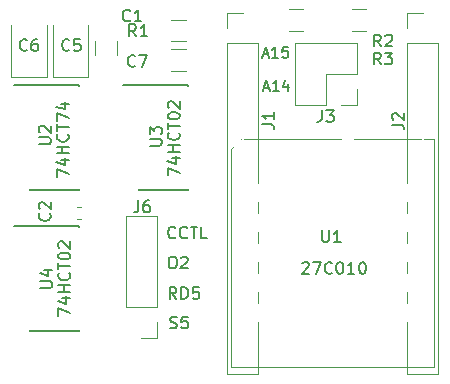
<source format=gto>
G04 #@! TF.GenerationSoftware,KiCad,Pcbnew,(5.1.0)-1*
G04 #@! TF.CreationDate,2021-03-07T22:37:12+01:00*
G04 #@! TF.ProjectId,Atari OSS Cartridge internal,41746172-6920-44f5-9353-204361727472,rev?*
G04 #@! TF.SameCoordinates,Original*
G04 #@! TF.FileFunction,Legend,Top*
G04 #@! TF.FilePolarity,Positive*
%FSLAX46Y46*%
G04 Gerber Fmt 4.6, Leading zero omitted, Abs format (unit mm)*
G04 Created by KiCad (PCBNEW (5.1.0)-1) date 2021-03-07 22:37:12*
%MOMM*%
%LPD*%
G04 APERTURE LIST*
%ADD10C,0.150000*%
%ADD11C,0.120000*%
%ADD12C,0.100000*%
%ADD13C,1.527000*%
%ADD14O,1.802000X1.802000*%
%ADD15R,1.802000X1.802000*%
%ADD16C,1.052000*%
%ADD17C,1.602000*%
%ADD18R,1.602000X0.702000*%
%ADD19C,1.524400*%
%ADD20R,1.524400X1.524400*%
G04 APERTURE END LIST*
D10*
X131389571Y-91844000D02*
X131818142Y-91844000D01*
X131303857Y-92101142D02*
X131603857Y-91201142D01*
X131903857Y-92101142D01*
X132675285Y-92101142D02*
X132161000Y-92101142D01*
X132418142Y-92101142D02*
X132418142Y-91201142D01*
X132332428Y-91329714D01*
X132246714Y-91415428D01*
X132161000Y-91458285D01*
X133446714Y-91501142D02*
X133446714Y-92101142D01*
X133232428Y-91158285D02*
X133018142Y-91801142D01*
X133575285Y-91801142D01*
X131338771Y-89024600D02*
X131767342Y-89024600D01*
X131253057Y-89281742D02*
X131553057Y-88381742D01*
X131853057Y-89281742D01*
X132624485Y-89281742D02*
X132110200Y-89281742D01*
X132367342Y-89281742D02*
X132367342Y-88381742D01*
X132281628Y-88510314D01*
X132195914Y-88596028D01*
X132110200Y-88638885D01*
X133438771Y-88381742D02*
X133010200Y-88381742D01*
X132967342Y-88810314D01*
X133010200Y-88767457D01*
X133095914Y-88724600D01*
X133310200Y-88724600D01*
X133395914Y-88767457D01*
X133438771Y-88810314D01*
X133481628Y-88896028D01*
X133481628Y-89110314D01*
X133438771Y-89196028D01*
X133395914Y-89238885D01*
X133310200Y-89281742D01*
X133095914Y-89281742D01*
X133010200Y-89238885D01*
X132967342Y-89196028D01*
X123915609Y-104497142D02*
X123867990Y-104544761D01*
X123725133Y-104592380D01*
X123629895Y-104592380D01*
X123487038Y-104544761D01*
X123391800Y-104449523D01*
X123344180Y-104354285D01*
X123296561Y-104163809D01*
X123296561Y-104020952D01*
X123344180Y-103830476D01*
X123391800Y-103735238D01*
X123487038Y-103640000D01*
X123629895Y-103592380D01*
X123725133Y-103592380D01*
X123867990Y-103640000D01*
X123915609Y-103687619D01*
X124915609Y-104497142D02*
X124867990Y-104544761D01*
X124725133Y-104592380D01*
X124629895Y-104592380D01*
X124487038Y-104544761D01*
X124391800Y-104449523D01*
X124344180Y-104354285D01*
X124296561Y-104163809D01*
X124296561Y-104020952D01*
X124344180Y-103830476D01*
X124391800Y-103735238D01*
X124487038Y-103640000D01*
X124629895Y-103592380D01*
X124725133Y-103592380D01*
X124867990Y-103640000D01*
X124915609Y-103687619D01*
X125201323Y-103592380D02*
X125772752Y-103592380D01*
X125487038Y-104592380D02*
X125487038Y-103592380D01*
X126582276Y-104592380D02*
X126106085Y-104592380D01*
X126106085Y-103592380D01*
X123583771Y-106132380D02*
X123774247Y-106132380D01*
X123869485Y-106180000D01*
X123964723Y-106275238D01*
X124012342Y-106465714D01*
X124012342Y-106799047D01*
X123964723Y-106989523D01*
X123869485Y-107084761D01*
X123774247Y-107132380D01*
X123583771Y-107132380D01*
X123488533Y-107084761D01*
X123393295Y-106989523D01*
X123345676Y-106799047D01*
X123345676Y-106465714D01*
X123393295Y-106275238D01*
X123488533Y-106180000D01*
X123583771Y-106132380D01*
X124393295Y-106227619D02*
X124440914Y-106180000D01*
X124536152Y-106132380D01*
X124774247Y-106132380D01*
X124869485Y-106180000D01*
X124917104Y-106227619D01*
X124964723Y-106322857D01*
X124964723Y-106418095D01*
X124917104Y-106560952D01*
X124345676Y-107132380D01*
X124964723Y-107132380D01*
X123996533Y-109723180D02*
X123663200Y-109246990D01*
X123425104Y-109723180D02*
X123425104Y-108723180D01*
X123806057Y-108723180D01*
X123901295Y-108770800D01*
X123948914Y-108818419D01*
X123996533Y-108913657D01*
X123996533Y-109056514D01*
X123948914Y-109151752D01*
X123901295Y-109199371D01*
X123806057Y-109246990D01*
X123425104Y-109246990D01*
X124425104Y-109723180D02*
X124425104Y-108723180D01*
X124663200Y-108723180D01*
X124806057Y-108770800D01*
X124901295Y-108866038D01*
X124948914Y-108961276D01*
X124996533Y-109151752D01*
X124996533Y-109294609D01*
X124948914Y-109485085D01*
X124901295Y-109580323D01*
X124806057Y-109675561D01*
X124663200Y-109723180D01*
X124425104Y-109723180D01*
X125901295Y-108723180D02*
X125425104Y-108723180D01*
X125377485Y-109199371D01*
X125425104Y-109151752D01*
X125520342Y-109104133D01*
X125758438Y-109104133D01*
X125853676Y-109151752D01*
X125901295Y-109199371D01*
X125948914Y-109294609D01*
X125948914Y-109532704D01*
X125901295Y-109627942D01*
X125853676Y-109675561D01*
X125758438Y-109723180D01*
X125520342Y-109723180D01*
X125425104Y-109675561D01*
X125377485Y-109627942D01*
X123469495Y-112164761D02*
X123612352Y-112212380D01*
X123850447Y-112212380D01*
X123945685Y-112164761D01*
X123993304Y-112117142D01*
X124040923Y-112021904D01*
X124040923Y-111926666D01*
X123993304Y-111831428D01*
X123945685Y-111783809D01*
X123850447Y-111736190D01*
X123659971Y-111688571D01*
X123564733Y-111640952D01*
X123517114Y-111593333D01*
X123469495Y-111498095D01*
X123469495Y-111402857D01*
X123517114Y-111307619D01*
X123564733Y-111260000D01*
X123659971Y-111212380D01*
X123898066Y-111212380D01*
X124040923Y-111260000D01*
X124945685Y-111212380D02*
X124469495Y-111212380D01*
X124421876Y-111688571D01*
X124469495Y-111640952D01*
X124564733Y-111593333D01*
X124802828Y-111593333D01*
X124898066Y-111640952D01*
X124945685Y-111688571D01*
X124993304Y-111783809D01*
X124993304Y-112021904D01*
X124945685Y-112117142D01*
X124898066Y-112164761D01*
X124802828Y-112212380D01*
X124564733Y-112212380D01*
X124469495Y-112164761D01*
X124421876Y-112117142D01*
X114006380Y-111129366D02*
X114006380Y-110462700D01*
X115006380Y-110891271D01*
X114339714Y-109653176D02*
X115006380Y-109653176D01*
X113958761Y-109891271D02*
X114673047Y-110129366D01*
X114673047Y-109510319D01*
X115006380Y-109129366D02*
X114006380Y-109129366D01*
X114482571Y-109129366D02*
X114482571Y-108557938D01*
X115006380Y-108557938D02*
X114006380Y-108557938D01*
X114911142Y-107510319D02*
X114958761Y-107557938D01*
X115006380Y-107700795D01*
X115006380Y-107796033D01*
X114958761Y-107938890D01*
X114863523Y-108034128D01*
X114768285Y-108081747D01*
X114577809Y-108129366D01*
X114434952Y-108129366D01*
X114244476Y-108081747D01*
X114149238Y-108034128D01*
X114054000Y-107938890D01*
X114006380Y-107796033D01*
X114006380Y-107700795D01*
X114054000Y-107557938D01*
X114101619Y-107510319D01*
X114006380Y-107224604D02*
X114006380Y-106653176D01*
X115006380Y-106938890D02*
X114006380Y-106938890D01*
X114006380Y-106129366D02*
X114006380Y-106034128D01*
X114054000Y-105938890D01*
X114101619Y-105891271D01*
X114196857Y-105843652D01*
X114387333Y-105796033D01*
X114625428Y-105796033D01*
X114815904Y-105843652D01*
X114911142Y-105891271D01*
X114958761Y-105938890D01*
X115006380Y-106034128D01*
X115006380Y-106129366D01*
X114958761Y-106224604D01*
X114911142Y-106272223D01*
X114815904Y-106319842D01*
X114625428Y-106367461D01*
X114387333Y-106367461D01*
X114196857Y-106319842D01*
X114101619Y-106272223D01*
X114054000Y-106224604D01*
X114006380Y-106129366D01*
X114101619Y-105415080D02*
X114054000Y-105367461D01*
X114006380Y-105272223D01*
X114006380Y-105034128D01*
X114054000Y-104938890D01*
X114101619Y-104891271D01*
X114196857Y-104843652D01*
X114292095Y-104843652D01*
X114434952Y-104891271D01*
X115006380Y-105462700D01*
X115006380Y-104843652D01*
X123277380Y-99267566D02*
X123277380Y-98600900D01*
X124277380Y-99029471D01*
X123610714Y-97791376D02*
X124277380Y-97791376D01*
X123229761Y-98029471D02*
X123944047Y-98267566D01*
X123944047Y-97648519D01*
X124277380Y-97267566D02*
X123277380Y-97267566D01*
X123753571Y-97267566D02*
X123753571Y-96696138D01*
X124277380Y-96696138D02*
X123277380Y-96696138D01*
X124182142Y-95648519D02*
X124229761Y-95696138D01*
X124277380Y-95838995D01*
X124277380Y-95934233D01*
X124229761Y-96077090D01*
X124134523Y-96172328D01*
X124039285Y-96219947D01*
X123848809Y-96267566D01*
X123705952Y-96267566D01*
X123515476Y-96219947D01*
X123420238Y-96172328D01*
X123325000Y-96077090D01*
X123277380Y-95934233D01*
X123277380Y-95838995D01*
X123325000Y-95696138D01*
X123372619Y-95648519D01*
X123277380Y-95362804D02*
X123277380Y-94791376D01*
X124277380Y-95077090D02*
X123277380Y-95077090D01*
X123277380Y-94267566D02*
X123277380Y-94172328D01*
X123325000Y-94077090D01*
X123372619Y-94029471D01*
X123467857Y-93981852D01*
X123658333Y-93934233D01*
X123896428Y-93934233D01*
X124086904Y-93981852D01*
X124182142Y-94029471D01*
X124229761Y-94077090D01*
X124277380Y-94172328D01*
X124277380Y-94267566D01*
X124229761Y-94362804D01*
X124182142Y-94410423D01*
X124086904Y-94458042D01*
X123896428Y-94505661D01*
X123658333Y-94505661D01*
X123467857Y-94458042D01*
X123372619Y-94410423D01*
X123325000Y-94362804D01*
X123277380Y-94267566D01*
X123372619Y-93553280D02*
X123325000Y-93505661D01*
X123277380Y-93410423D01*
X123277380Y-93172328D01*
X123325000Y-93077090D01*
X123372619Y-93029471D01*
X123467857Y-92981852D01*
X123563095Y-92981852D01*
X123705952Y-93029471D01*
X124277380Y-93600900D01*
X124277380Y-92981852D01*
X113879380Y-99394566D02*
X113879380Y-98727900D01*
X114879380Y-99156471D01*
X114212714Y-97918376D02*
X114879380Y-97918376D01*
X113831761Y-98156471D02*
X114546047Y-98394566D01*
X114546047Y-97775519D01*
X114879380Y-97394566D02*
X113879380Y-97394566D01*
X114355571Y-97394566D02*
X114355571Y-96823138D01*
X114879380Y-96823138D02*
X113879380Y-96823138D01*
X114784142Y-95775519D02*
X114831761Y-95823138D01*
X114879380Y-95965995D01*
X114879380Y-96061233D01*
X114831761Y-96204090D01*
X114736523Y-96299328D01*
X114641285Y-96346947D01*
X114450809Y-96394566D01*
X114307952Y-96394566D01*
X114117476Y-96346947D01*
X114022238Y-96299328D01*
X113927000Y-96204090D01*
X113879380Y-96061233D01*
X113879380Y-95965995D01*
X113927000Y-95823138D01*
X113974619Y-95775519D01*
X113879380Y-95489804D02*
X113879380Y-94918376D01*
X114879380Y-95204090D02*
X113879380Y-95204090D01*
X113879380Y-94680280D02*
X113879380Y-94013614D01*
X114879380Y-94442185D01*
X114212714Y-93204090D02*
X114879380Y-93204090D01*
X113831761Y-93442185D02*
X114546047Y-93680280D01*
X114546047Y-93061233D01*
X134647323Y-106684819D02*
X134694942Y-106637200D01*
X134790180Y-106589580D01*
X135028276Y-106589580D01*
X135123514Y-106637200D01*
X135171133Y-106684819D01*
X135218752Y-106780057D01*
X135218752Y-106875295D01*
X135171133Y-107018152D01*
X134599704Y-107589580D01*
X135218752Y-107589580D01*
X135552085Y-106589580D02*
X136218752Y-106589580D01*
X135790180Y-107589580D01*
X137171133Y-107494342D02*
X137123514Y-107541961D01*
X136980657Y-107589580D01*
X136885419Y-107589580D01*
X136742561Y-107541961D01*
X136647323Y-107446723D01*
X136599704Y-107351485D01*
X136552085Y-107161009D01*
X136552085Y-107018152D01*
X136599704Y-106827676D01*
X136647323Y-106732438D01*
X136742561Y-106637200D01*
X136885419Y-106589580D01*
X136980657Y-106589580D01*
X137123514Y-106637200D01*
X137171133Y-106684819D01*
X137790180Y-106589580D02*
X137885419Y-106589580D01*
X137980657Y-106637200D01*
X138028276Y-106684819D01*
X138075895Y-106780057D01*
X138123514Y-106970533D01*
X138123514Y-107208628D01*
X138075895Y-107399104D01*
X138028276Y-107494342D01*
X137980657Y-107541961D01*
X137885419Y-107589580D01*
X137790180Y-107589580D01*
X137694942Y-107541961D01*
X137647323Y-107494342D01*
X137599704Y-107399104D01*
X137552085Y-107208628D01*
X137552085Y-106970533D01*
X137599704Y-106780057D01*
X137647323Y-106684819D01*
X137694942Y-106637200D01*
X137790180Y-106589580D01*
X139075895Y-107589580D02*
X138504466Y-107589580D01*
X138790180Y-107589580D02*
X138790180Y-106589580D01*
X138694942Y-106732438D01*
X138599704Y-106827676D01*
X138504466Y-106875295D01*
X139694942Y-106589580D02*
X139790180Y-106589580D01*
X139885419Y-106637200D01*
X139933038Y-106684819D01*
X139980657Y-106780057D01*
X140028276Y-106970533D01*
X140028276Y-107208628D01*
X139980657Y-107399104D01*
X139933038Y-107494342D01*
X139885419Y-107541961D01*
X139790180Y-107589580D01*
X139694942Y-107589580D01*
X139599704Y-107541961D01*
X139552085Y-107494342D01*
X139504466Y-107399104D01*
X139456847Y-107208628D01*
X139456847Y-106970533D01*
X139504466Y-106780057D01*
X139552085Y-106684819D01*
X139599704Y-106637200D01*
X139694942Y-106589580D01*
D11*
X140048064Y-85196000D02*
X138843936Y-85196000D01*
X140048064Y-87016000D02*
X138843936Y-87016000D01*
X133509936Y-87016000D02*
X134714064Y-87016000D01*
X133509936Y-85196000D02*
X134714064Y-85196000D01*
X124782664Y-88574200D02*
X123578536Y-88574200D01*
X124782664Y-90394200D02*
X123578536Y-90394200D01*
X118956500Y-89070264D02*
X118956500Y-87866136D01*
X117136500Y-89070264D02*
X117136500Y-87866136D01*
X139252000Y-93278000D02*
X137922000Y-93278000D01*
X139252000Y-91948000D02*
X139252000Y-93278000D01*
X136652000Y-93278000D02*
X134052000Y-93278000D01*
X136652000Y-90678000D02*
X136652000Y-93278000D01*
X139252000Y-90678000D02*
X136652000Y-90678000D01*
X134052000Y-93278000D02*
X134052000Y-88078000D01*
X139252000Y-90678000D02*
X139252000Y-88078000D01*
X139252000Y-88078000D02*
X134052000Y-88078000D01*
X115919067Y-101953600D02*
X115576533Y-101953600D01*
X115919067Y-102973600D02*
X115576533Y-102973600D01*
X116533900Y-90950800D02*
X116533900Y-86565800D01*
X113513900Y-90950800D02*
X116533900Y-90950800D01*
X113513900Y-86565800D02*
X113513900Y-90950800D01*
D10*
X120861000Y-91637800D02*
X119486000Y-91637800D01*
X120861000Y-100512800D02*
X125011000Y-100512800D01*
X120861000Y-91612800D02*
X125011000Y-91612800D01*
X120861000Y-100512800D02*
X120861000Y-100397800D01*
X125011000Y-100512800D02*
X125011000Y-100397800D01*
X125011000Y-91612800D02*
X125011000Y-91727800D01*
X120861000Y-91612800D02*
X120861000Y-91637800D01*
X111615400Y-103575800D02*
X110240400Y-103575800D01*
X111615400Y-112450800D02*
X115765400Y-112450800D01*
X111615400Y-103550800D02*
X115765400Y-103550800D01*
X111615400Y-112450800D02*
X111615400Y-112335800D01*
X115765400Y-112450800D02*
X115765400Y-112335800D01*
X115765400Y-103550800D02*
X115765400Y-103665800D01*
X111615400Y-103550800D02*
X111615400Y-103575800D01*
D11*
X145821400Y-96215200D02*
X139014200Y-96215200D01*
X145821400Y-115519200D02*
X145821400Y-96215200D01*
X128651000Y-115519200D02*
X145821400Y-115519200D01*
X128651000Y-97028000D02*
X128651000Y-115519200D01*
X129463800Y-96215200D02*
X137896600Y-96215200D01*
X128651000Y-97028000D02*
X129463800Y-96215200D01*
X122361000Y-113013800D02*
X121031000Y-113013800D01*
X122361000Y-111683800D02*
X122361000Y-113013800D01*
X122361000Y-110413800D02*
X119701000Y-110413800D01*
X119701000Y-110413800D02*
X119701000Y-102733800D01*
X122361000Y-110413800D02*
X122361000Y-102733800D01*
X122361000Y-102733800D02*
X119701000Y-102733800D01*
X113054100Y-90950800D02*
X113054100Y-86565800D01*
X110034100Y-90950800D02*
X113054100Y-90950800D01*
X110034100Y-86565800D02*
X110034100Y-90950800D01*
D10*
X111615400Y-91637800D02*
X110240400Y-91637800D01*
X111615400Y-100512800D02*
X115765400Y-100512800D01*
X111615400Y-91612800D02*
X115765400Y-91612800D01*
X111615400Y-100512800D02*
X111615400Y-100397800D01*
X115765400Y-100512800D02*
X115765400Y-100397800D01*
X115765400Y-91612800D02*
X115765400Y-91727800D01*
X111615400Y-91612800D02*
X111615400Y-91637800D01*
D11*
X124782664Y-86085000D02*
X123578536Y-86085000D01*
X124782664Y-87905000D02*
X123578536Y-87905000D01*
X128286200Y-85487200D02*
X129616200Y-85487200D01*
X128286200Y-86817200D02*
X128286200Y-85487200D01*
X128286200Y-88087200D02*
X130946200Y-88087200D01*
X130946200Y-88087200D02*
X130946200Y-116087200D01*
X128286200Y-88087200D02*
X128286200Y-116087200D01*
X128286200Y-116087200D02*
X130946200Y-116087200D01*
X143526200Y-85487200D02*
X144856200Y-85487200D01*
X143526200Y-86817200D02*
X143526200Y-85487200D01*
X143526200Y-88087200D02*
X146186200Y-88087200D01*
X146186200Y-88087200D02*
X146186200Y-116087200D01*
X143526200Y-88087200D02*
X143526200Y-116087200D01*
X143526200Y-116087200D02*
X146186200Y-116087200D01*
D10*
X141311333Y-89860380D02*
X140978000Y-89384190D01*
X140739904Y-89860380D02*
X140739904Y-88860380D01*
X141120857Y-88860380D01*
X141216095Y-88908000D01*
X141263714Y-88955619D01*
X141311333Y-89050857D01*
X141311333Y-89193714D01*
X141263714Y-89288952D01*
X141216095Y-89336571D01*
X141120857Y-89384190D01*
X140739904Y-89384190D01*
X141644666Y-88860380D02*
X142263714Y-88860380D01*
X141930380Y-89241333D01*
X142073238Y-89241333D01*
X142168476Y-89288952D01*
X142216095Y-89336571D01*
X142263714Y-89431809D01*
X142263714Y-89669904D01*
X142216095Y-89765142D01*
X142168476Y-89812761D01*
X142073238Y-89860380D01*
X141787523Y-89860380D01*
X141692285Y-89812761D01*
X141644666Y-89765142D01*
X141311333Y-88336380D02*
X140978000Y-87860190D01*
X140739904Y-88336380D02*
X140739904Y-87336380D01*
X141120857Y-87336380D01*
X141216095Y-87384000D01*
X141263714Y-87431619D01*
X141311333Y-87526857D01*
X141311333Y-87669714D01*
X141263714Y-87764952D01*
X141216095Y-87812571D01*
X141120857Y-87860190D01*
X140739904Y-87860190D01*
X141692285Y-87431619D02*
X141739904Y-87384000D01*
X141835142Y-87336380D01*
X142073238Y-87336380D01*
X142168476Y-87384000D01*
X142216095Y-87431619D01*
X142263714Y-87526857D01*
X142263714Y-87622095D01*
X142216095Y-87764952D01*
X141644666Y-88336380D01*
X142263714Y-88336380D01*
X120508733Y-89993742D02*
X120461114Y-90041361D01*
X120318257Y-90088980D01*
X120223019Y-90088980D01*
X120080161Y-90041361D01*
X119984923Y-89946123D01*
X119937304Y-89850885D01*
X119889685Y-89660409D01*
X119889685Y-89517552D01*
X119937304Y-89327076D01*
X119984923Y-89231838D01*
X120080161Y-89136600D01*
X120223019Y-89088980D01*
X120318257Y-89088980D01*
X120461114Y-89136600D01*
X120508733Y-89184219D01*
X120842066Y-89088980D02*
X121508733Y-89088980D01*
X121080161Y-90088980D01*
X120089633Y-86132942D02*
X120042014Y-86180561D01*
X119899157Y-86228180D01*
X119803919Y-86228180D01*
X119661061Y-86180561D01*
X119565823Y-86085323D01*
X119518204Y-85990085D01*
X119470585Y-85799609D01*
X119470585Y-85656752D01*
X119518204Y-85466276D01*
X119565823Y-85371038D01*
X119661061Y-85275800D01*
X119803919Y-85228180D01*
X119899157Y-85228180D01*
X120042014Y-85275800D01*
X120089633Y-85323419D01*
X121042014Y-86228180D02*
X120470585Y-86228180D01*
X120756300Y-86228180D02*
X120756300Y-85228180D01*
X120661061Y-85371038D01*
X120565823Y-85466276D01*
X120470585Y-85513895D01*
X136318666Y-93730380D02*
X136318666Y-94444666D01*
X136271047Y-94587523D01*
X136175809Y-94682761D01*
X136032952Y-94730380D01*
X135937714Y-94730380D01*
X136699619Y-93730380D02*
X137318666Y-93730380D01*
X136985333Y-94111333D01*
X137128190Y-94111333D01*
X137223428Y-94158952D01*
X137271047Y-94206571D01*
X137318666Y-94301809D01*
X137318666Y-94539904D01*
X137271047Y-94635142D01*
X137223428Y-94682761D01*
X137128190Y-94730380D01*
X136842476Y-94730380D01*
X136747238Y-94682761D01*
X136699619Y-94635142D01*
X113260142Y-102477866D02*
X113307761Y-102525485D01*
X113355380Y-102668342D01*
X113355380Y-102763580D01*
X113307761Y-102906438D01*
X113212523Y-103001676D01*
X113117285Y-103049295D01*
X112926809Y-103096914D01*
X112783952Y-103096914D01*
X112593476Y-103049295D01*
X112498238Y-103001676D01*
X112403000Y-102906438D01*
X112355380Y-102763580D01*
X112355380Y-102668342D01*
X112403000Y-102525485D01*
X112450619Y-102477866D01*
X112450619Y-102096914D02*
X112403000Y-102049295D01*
X112355380Y-101954057D01*
X112355380Y-101715961D01*
X112403000Y-101620723D01*
X112450619Y-101573104D01*
X112545857Y-101525485D01*
X112641095Y-101525485D01*
X112783952Y-101573104D01*
X113355380Y-102144533D01*
X113355380Y-101525485D01*
X114933433Y-88622142D02*
X114885814Y-88669761D01*
X114742957Y-88717380D01*
X114647719Y-88717380D01*
X114504861Y-88669761D01*
X114409623Y-88574523D01*
X114362004Y-88479285D01*
X114314385Y-88288809D01*
X114314385Y-88145952D01*
X114362004Y-87955476D01*
X114409623Y-87860238D01*
X114504861Y-87765000D01*
X114647719Y-87717380D01*
X114742957Y-87717380D01*
X114885814Y-87765000D01*
X114933433Y-87812619D01*
X115838195Y-87717380D02*
X115362004Y-87717380D01*
X115314385Y-88193571D01*
X115362004Y-88145952D01*
X115457242Y-88098333D01*
X115695338Y-88098333D01*
X115790576Y-88145952D01*
X115838195Y-88193571D01*
X115885814Y-88288809D01*
X115885814Y-88526904D01*
X115838195Y-88622142D01*
X115790576Y-88669761D01*
X115695338Y-88717380D01*
X115457242Y-88717380D01*
X115362004Y-88669761D01*
X115314385Y-88622142D01*
X121753380Y-96735804D02*
X122562904Y-96735804D01*
X122658142Y-96688185D01*
X122705761Y-96640566D01*
X122753380Y-96545328D01*
X122753380Y-96354852D01*
X122705761Y-96259614D01*
X122658142Y-96211995D01*
X122562904Y-96164376D01*
X121753380Y-96164376D01*
X121753380Y-95783423D02*
X121753380Y-95164376D01*
X122134333Y-95497709D01*
X122134333Y-95354852D01*
X122181952Y-95259614D01*
X122229571Y-95211995D01*
X122324809Y-95164376D01*
X122562904Y-95164376D01*
X122658142Y-95211995D01*
X122705761Y-95259614D01*
X122753380Y-95354852D01*
X122753380Y-95640566D01*
X122705761Y-95735804D01*
X122658142Y-95783423D01*
X112482380Y-108788104D02*
X113291904Y-108788104D01*
X113387142Y-108740485D01*
X113434761Y-108692866D01*
X113482380Y-108597628D01*
X113482380Y-108407152D01*
X113434761Y-108311914D01*
X113387142Y-108264295D01*
X113291904Y-108216676D01*
X112482380Y-108216676D01*
X112815714Y-107311914D02*
X113482380Y-107311914D01*
X112434761Y-107550009D02*
X113149047Y-107788104D01*
X113149047Y-107169057D01*
X136347295Y-103897180D02*
X136347295Y-104706704D01*
X136394914Y-104801942D01*
X136442533Y-104849561D01*
X136537771Y-104897180D01*
X136728247Y-104897180D01*
X136823485Y-104849561D01*
X136871104Y-104801942D01*
X136918723Y-104706704D01*
X136918723Y-103897180D01*
X137918723Y-104897180D02*
X137347295Y-104897180D01*
X137633009Y-104897180D02*
X137633009Y-103897180D01*
X137537771Y-104040038D01*
X137442533Y-104135276D01*
X137347295Y-104182895D01*
X120773866Y-101382580D02*
X120773866Y-102096866D01*
X120726247Y-102239723D01*
X120631009Y-102334961D01*
X120488152Y-102382580D01*
X120392914Y-102382580D01*
X121678628Y-101382580D02*
X121488152Y-101382580D01*
X121392914Y-101430200D01*
X121345295Y-101477819D01*
X121250057Y-101620676D01*
X121202438Y-101811152D01*
X121202438Y-102192104D01*
X121250057Y-102287342D01*
X121297676Y-102334961D01*
X121392914Y-102382580D01*
X121583390Y-102382580D01*
X121678628Y-102334961D01*
X121726247Y-102287342D01*
X121773866Y-102192104D01*
X121773866Y-101954009D01*
X121726247Y-101858771D01*
X121678628Y-101811152D01*
X121583390Y-101763533D01*
X121392914Y-101763533D01*
X121297676Y-101811152D01*
X121250057Y-101858771D01*
X121202438Y-101954009D01*
X111352033Y-88622142D02*
X111304414Y-88669761D01*
X111161557Y-88717380D01*
X111066319Y-88717380D01*
X110923461Y-88669761D01*
X110828223Y-88574523D01*
X110780604Y-88479285D01*
X110732985Y-88288809D01*
X110732985Y-88145952D01*
X110780604Y-87955476D01*
X110828223Y-87860238D01*
X110923461Y-87765000D01*
X111066319Y-87717380D01*
X111161557Y-87717380D01*
X111304414Y-87765000D01*
X111352033Y-87812619D01*
X112209176Y-87717380D02*
X112018700Y-87717380D01*
X111923461Y-87765000D01*
X111875842Y-87812619D01*
X111780604Y-87955476D01*
X111732985Y-88145952D01*
X111732985Y-88526904D01*
X111780604Y-88622142D01*
X111828223Y-88669761D01*
X111923461Y-88717380D01*
X112113938Y-88717380D01*
X112209176Y-88669761D01*
X112256795Y-88622142D01*
X112304414Y-88526904D01*
X112304414Y-88288809D01*
X112256795Y-88193571D01*
X112209176Y-88145952D01*
X112113938Y-88098333D01*
X111923461Y-88098333D01*
X111828223Y-88145952D01*
X111780604Y-88193571D01*
X111732985Y-88288809D01*
X112355380Y-96608804D02*
X113164904Y-96608804D01*
X113260142Y-96561185D01*
X113307761Y-96513566D01*
X113355380Y-96418328D01*
X113355380Y-96227852D01*
X113307761Y-96132614D01*
X113260142Y-96084995D01*
X113164904Y-96037376D01*
X112355380Y-96037376D01*
X112450619Y-95608804D02*
X112403000Y-95561185D01*
X112355380Y-95465947D01*
X112355380Y-95227852D01*
X112403000Y-95132614D01*
X112450619Y-95084995D01*
X112545857Y-95037376D01*
X112641095Y-95037376D01*
X112783952Y-95084995D01*
X113355380Y-95656423D01*
X113355380Y-95037376D01*
X120584933Y-87472780D02*
X120251600Y-86996590D01*
X120013504Y-87472780D02*
X120013504Y-86472780D01*
X120394457Y-86472780D01*
X120489695Y-86520400D01*
X120537314Y-86568019D01*
X120584933Y-86663257D01*
X120584933Y-86806114D01*
X120537314Y-86901352D01*
X120489695Y-86948971D01*
X120394457Y-86996590D01*
X120013504Y-86996590D01*
X121537314Y-87472780D02*
X120965885Y-87472780D01*
X121251600Y-87472780D02*
X121251600Y-86472780D01*
X121156361Y-86615638D01*
X121061123Y-86710876D01*
X120965885Y-86758495D01*
X131278380Y-94922933D02*
X131992666Y-94922933D01*
X132135523Y-94970552D01*
X132230761Y-95065790D01*
X132278380Y-95208647D01*
X132278380Y-95303885D01*
X132278380Y-93922933D02*
X132278380Y-94494361D01*
X132278380Y-94208647D02*
X131278380Y-94208647D01*
X131421238Y-94303885D01*
X131516476Y-94399123D01*
X131564095Y-94494361D01*
X142276580Y-94973733D02*
X142990866Y-94973733D01*
X143133723Y-95021352D01*
X143228961Y-95116590D01*
X143276580Y-95259447D01*
X143276580Y-95354685D01*
X142371819Y-94545161D02*
X142324200Y-94497542D01*
X142276580Y-94402304D01*
X142276580Y-94164209D01*
X142324200Y-94068971D01*
X142371819Y-94021352D01*
X142467057Y-93973733D01*
X142562295Y-93973733D01*
X142705152Y-94021352D01*
X143276580Y-94592780D01*
X143276580Y-93973733D01*
%LPC*%
D12*
G36*
X138480363Y-85181290D02*
G01*
X138506369Y-85185148D01*
X138531871Y-85191535D01*
X138556624Y-85200392D01*
X138580390Y-85211633D01*
X138602939Y-85225148D01*
X138624056Y-85240809D01*
X138643535Y-85258465D01*
X138661191Y-85277944D01*
X138676852Y-85299061D01*
X138690367Y-85321610D01*
X138701608Y-85345376D01*
X138710465Y-85370129D01*
X138716852Y-85395631D01*
X138720710Y-85421637D01*
X138722000Y-85447895D01*
X138722000Y-86764105D01*
X138720710Y-86790363D01*
X138716852Y-86816369D01*
X138710465Y-86841871D01*
X138701608Y-86866624D01*
X138690367Y-86890390D01*
X138676852Y-86912939D01*
X138661191Y-86934056D01*
X138643535Y-86953535D01*
X138624056Y-86971191D01*
X138602939Y-86986852D01*
X138580390Y-87000367D01*
X138556624Y-87011608D01*
X138531871Y-87020465D01*
X138506369Y-87026852D01*
X138480363Y-87030710D01*
X138454105Y-87032000D01*
X137462895Y-87032000D01*
X137436637Y-87030710D01*
X137410631Y-87026852D01*
X137385129Y-87020465D01*
X137360376Y-87011608D01*
X137336610Y-87000367D01*
X137314061Y-86986852D01*
X137292944Y-86971191D01*
X137273465Y-86953535D01*
X137255809Y-86934056D01*
X137240148Y-86912939D01*
X137226633Y-86890390D01*
X137215392Y-86866624D01*
X137206535Y-86841871D01*
X137200148Y-86816369D01*
X137196290Y-86790363D01*
X137195000Y-86764105D01*
X137195000Y-85447895D01*
X137196290Y-85421637D01*
X137200148Y-85395631D01*
X137206535Y-85370129D01*
X137215392Y-85345376D01*
X137226633Y-85321610D01*
X137240148Y-85299061D01*
X137255809Y-85277944D01*
X137273465Y-85258465D01*
X137292944Y-85240809D01*
X137314061Y-85225148D01*
X137336610Y-85211633D01*
X137360376Y-85200392D01*
X137385129Y-85191535D01*
X137410631Y-85185148D01*
X137436637Y-85181290D01*
X137462895Y-85180000D01*
X138454105Y-85180000D01*
X138480363Y-85181290D01*
X138480363Y-85181290D01*
G37*
D13*
X137958500Y-86106000D03*
D12*
G36*
X141455363Y-85181290D02*
G01*
X141481369Y-85185148D01*
X141506871Y-85191535D01*
X141531624Y-85200392D01*
X141555390Y-85211633D01*
X141577939Y-85225148D01*
X141599056Y-85240809D01*
X141618535Y-85258465D01*
X141636191Y-85277944D01*
X141651852Y-85299061D01*
X141665367Y-85321610D01*
X141676608Y-85345376D01*
X141685465Y-85370129D01*
X141691852Y-85395631D01*
X141695710Y-85421637D01*
X141697000Y-85447895D01*
X141697000Y-86764105D01*
X141695710Y-86790363D01*
X141691852Y-86816369D01*
X141685465Y-86841871D01*
X141676608Y-86866624D01*
X141665367Y-86890390D01*
X141651852Y-86912939D01*
X141636191Y-86934056D01*
X141618535Y-86953535D01*
X141599056Y-86971191D01*
X141577939Y-86986852D01*
X141555390Y-87000367D01*
X141531624Y-87011608D01*
X141506871Y-87020465D01*
X141481369Y-87026852D01*
X141455363Y-87030710D01*
X141429105Y-87032000D01*
X140437895Y-87032000D01*
X140411637Y-87030710D01*
X140385631Y-87026852D01*
X140360129Y-87020465D01*
X140335376Y-87011608D01*
X140311610Y-87000367D01*
X140289061Y-86986852D01*
X140267944Y-86971191D01*
X140248465Y-86953535D01*
X140230809Y-86934056D01*
X140215148Y-86912939D01*
X140201633Y-86890390D01*
X140190392Y-86866624D01*
X140181535Y-86841871D01*
X140175148Y-86816369D01*
X140171290Y-86790363D01*
X140170000Y-86764105D01*
X140170000Y-85447895D01*
X140171290Y-85421637D01*
X140175148Y-85395631D01*
X140181535Y-85370129D01*
X140190392Y-85345376D01*
X140201633Y-85321610D01*
X140215148Y-85299061D01*
X140230809Y-85277944D01*
X140248465Y-85258465D01*
X140267944Y-85240809D01*
X140289061Y-85225148D01*
X140311610Y-85211633D01*
X140335376Y-85200392D01*
X140360129Y-85191535D01*
X140385631Y-85185148D01*
X140411637Y-85181290D01*
X140437895Y-85180000D01*
X141429105Y-85180000D01*
X141455363Y-85181290D01*
X141455363Y-85181290D01*
G37*
D13*
X140933500Y-86106000D03*
D12*
G36*
X136121363Y-85181290D02*
G01*
X136147369Y-85185148D01*
X136172871Y-85191535D01*
X136197624Y-85200392D01*
X136221390Y-85211633D01*
X136243939Y-85225148D01*
X136265056Y-85240809D01*
X136284535Y-85258465D01*
X136302191Y-85277944D01*
X136317852Y-85299061D01*
X136331367Y-85321610D01*
X136342608Y-85345376D01*
X136351465Y-85370129D01*
X136357852Y-85395631D01*
X136361710Y-85421637D01*
X136363000Y-85447895D01*
X136363000Y-86764105D01*
X136361710Y-86790363D01*
X136357852Y-86816369D01*
X136351465Y-86841871D01*
X136342608Y-86866624D01*
X136331367Y-86890390D01*
X136317852Y-86912939D01*
X136302191Y-86934056D01*
X136284535Y-86953535D01*
X136265056Y-86971191D01*
X136243939Y-86986852D01*
X136221390Y-87000367D01*
X136197624Y-87011608D01*
X136172871Y-87020465D01*
X136147369Y-87026852D01*
X136121363Y-87030710D01*
X136095105Y-87032000D01*
X135103895Y-87032000D01*
X135077637Y-87030710D01*
X135051631Y-87026852D01*
X135026129Y-87020465D01*
X135001376Y-87011608D01*
X134977610Y-87000367D01*
X134955061Y-86986852D01*
X134933944Y-86971191D01*
X134914465Y-86953535D01*
X134896809Y-86934056D01*
X134881148Y-86912939D01*
X134867633Y-86890390D01*
X134856392Y-86866624D01*
X134847535Y-86841871D01*
X134841148Y-86816369D01*
X134837290Y-86790363D01*
X134836000Y-86764105D01*
X134836000Y-85447895D01*
X134837290Y-85421637D01*
X134841148Y-85395631D01*
X134847535Y-85370129D01*
X134856392Y-85345376D01*
X134867633Y-85321610D01*
X134881148Y-85299061D01*
X134896809Y-85277944D01*
X134914465Y-85258465D01*
X134933944Y-85240809D01*
X134955061Y-85225148D01*
X134977610Y-85211633D01*
X135001376Y-85200392D01*
X135026129Y-85191535D01*
X135051631Y-85185148D01*
X135077637Y-85181290D01*
X135103895Y-85180000D01*
X136095105Y-85180000D01*
X136121363Y-85181290D01*
X136121363Y-85181290D01*
G37*
D13*
X135599500Y-86106000D03*
D12*
G36*
X133146363Y-85181290D02*
G01*
X133172369Y-85185148D01*
X133197871Y-85191535D01*
X133222624Y-85200392D01*
X133246390Y-85211633D01*
X133268939Y-85225148D01*
X133290056Y-85240809D01*
X133309535Y-85258465D01*
X133327191Y-85277944D01*
X133342852Y-85299061D01*
X133356367Y-85321610D01*
X133367608Y-85345376D01*
X133376465Y-85370129D01*
X133382852Y-85395631D01*
X133386710Y-85421637D01*
X133388000Y-85447895D01*
X133388000Y-86764105D01*
X133386710Y-86790363D01*
X133382852Y-86816369D01*
X133376465Y-86841871D01*
X133367608Y-86866624D01*
X133356367Y-86890390D01*
X133342852Y-86912939D01*
X133327191Y-86934056D01*
X133309535Y-86953535D01*
X133290056Y-86971191D01*
X133268939Y-86986852D01*
X133246390Y-87000367D01*
X133222624Y-87011608D01*
X133197871Y-87020465D01*
X133172369Y-87026852D01*
X133146363Y-87030710D01*
X133120105Y-87032000D01*
X132128895Y-87032000D01*
X132102637Y-87030710D01*
X132076631Y-87026852D01*
X132051129Y-87020465D01*
X132026376Y-87011608D01*
X132002610Y-87000367D01*
X131980061Y-86986852D01*
X131958944Y-86971191D01*
X131939465Y-86953535D01*
X131921809Y-86934056D01*
X131906148Y-86912939D01*
X131892633Y-86890390D01*
X131881392Y-86866624D01*
X131872535Y-86841871D01*
X131866148Y-86816369D01*
X131862290Y-86790363D01*
X131861000Y-86764105D01*
X131861000Y-85447895D01*
X131862290Y-85421637D01*
X131866148Y-85395631D01*
X131872535Y-85370129D01*
X131881392Y-85345376D01*
X131892633Y-85321610D01*
X131906148Y-85299061D01*
X131921809Y-85277944D01*
X131939465Y-85258465D01*
X131958944Y-85240809D01*
X131980061Y-85225148D01*
X132002610Y-85211633D01*
X132026376Y-85200392D01*
X132051129Y-85191535D01*
X132076631Y-85185148D01*
X132102637Y-85181290D01*
X132128895Y-85180000D01*
X133120105Y-85180000D01*
X133146363Y-85181290D01*
X133146363Y-85181290D01*
G37*
D13*
X132624500Y-86106000D03*
D12*
G36*
X123214963Y-88559490D02*
G01*
X123240969Y-88563348D01*
X123266471Y-88569735D01*
X123291224Y-88578592D01*
X123314990Y-88589833D01*
X123337539Y-88603348D01*
X123358656Y-88619009D01*
X123378135Y-88636665D01*
X123395791Y-88656144D01*
X123411452Y-88677261D01*
X123424967Y-88699810D01*
X123436208Y-88723576D01*
X123445065Y-88748329D01*
X123451452Y-88773831D01*
X123455310Y-88799837D01*
X123456600Y-88826095D01*
X123456600Y-90142305D01*
X123455310Y-90168563D01*
X123451452Y-90194569D01*
X123445065Y-90220071D01*
X123436208Y-90244824D01*
X123424967Y-90268590D01*
X123411452Y-90291139D01*
X123395791Y-90312256D01*
X123378135Y-90331735D01*
X123358656Y-90349391D01*
X123337539Y-90365052D01*
X123314990Y-90378567D01*
X123291224Y-90389808D01*
X123266471Y-90398665D01*
X123240969Y-90405052D01*
X123214963Y-90408910D01*
X123188705Y-90410200D01*
X122197495Y-90410200D01*
X122171237Y-90408910D01*
X122145231Y-90405052D01*
X122119729Y-90398665D01*
X122094976Y-90389808D01*
X122071210Y-90378567D01*
X122048661Y-90365052D01*
X122027544Y-90349391D01*
X122008065Y-90331735D01*
X121990409Y-90312256D01*
X121974748Y-90291139D01*
X121961233Y-90268590D01*
X121949992Y-90244824D01*
X121941135Y-90220071D01*
X121934748Y-90194569D01*
X121930890Y-90168563D01*
X121929600Y-90142305D01*
X121929600Y-88826095D01*
X121930890Y-88799837D01*
X121934748Y-88773831D01*
X121941135Y-88748329D01*
X121949992Y-88723576D01*
X121961233Y-88699810D01*
X121974748Y-88677261D01*
X121990409Y-88656144D01*
X122008065Y-88636665D01*
X122027544Y-88619009D01*
X122048661Y-88603348D01*
X122071210Y-88589833D01*
X122094976Y-88578592D01*
X122119729Y-88569735D01*
X122145231Y-88563348D01*
X122171237Y-88559490D01*
X122197495Y-88558200D01*
X123188705Y-88558200D01*
X123214963Y-88559490D01*
X123214963Y-88559490D01*
G37*
D13*
X122693100Y-89484200D03*
D12*
G36*
X126189963Y-88559490D02*
G01*
X126215969Y-88563348D01*
X126241471Y-88569735D01*
X126266224Y-88578592D01*
X126289990Y-88589833D01*
X126312539Y-88603348D01*
X126333656Y-88619009D01*
X126353135Y-88636665D01*
X126370791Y-88656144D01*
X126386452Y-88677261D01*
X126399967Y-88699810D01*
X126411208Y-88723576D01*
X126420065Y-88748329D01*
X126426452Y-88773831D01*
X126430310Y-88799837D01*
X126431600Y-88826095D01*
X126431600Y-90142305D01*
X126430310Y-90168563D01*
X126426452Y-90194569D01*
X126420065Y-90220071D01*
X126411208Y-90244824D01*
X126399967Y-90268590D01*
X126386452Y-90291139D01*
X126370791Y-90312256D01*
X126353135Y-90331735D01*
X126333656Y-90349391D01*
X126312539Y-90365052D01*
X126289990Y-90378567D01*
X126266224Y-90389808D01*
X126241471Y-90398665D01*
X126215969Y-90405052D01*
X126189963Y-90408910D01*
X126163705Y-90410200D01*
X125172495Y-90410200D01*
X125146237Y-90408910D01*
X125120231Y-90405052D01*
X125094729Y-90398665D01*
X125069976Y-90389808D01*
X125046210Y-90378567D01*
X125023661Y-90365052D01*
X125002544Y-90349391D01*
X124983065Y-90331735D01*
X124965409Y-90312256D01*
X124949748Y-90291139D01*
X124936233Y-90268590D01*
X124924992Y-90244824D01*
X124916135Y-90220071D01*
X124909748Y-90194569D01*
X124905890Y-90168563D01*
X124904600Y-90142305D01*
X124904600Y-88826095D01*
X124905890Y-88799837D01*
X124909748Y-88773831D01*
X124916135Y-88748329D01*
X124924992Y-88723576D01*
X124936233Y-88699810D01*
X124949748Y-88677261D01*
X124965409Y-88656144D01*
X124983065Y-88636665D01*
X125002544Y-88619009D01*
X125023661Y-88603348D01*
X125046210Y-88589833D01*
X125069976Y-88578592D01*
X125094729Y-88569735D01*
X125120231Y-88563348D01*
X125146237Y-88559490D01*
X125172495Y-88558200D01*
X126163705Y-88558200D01*
X126189963Y-88559490D01*
X126189963Y-88559490D01*
G37*
D13*
X125668100Y-89484200D03*
D12*
G36*
X118730863Y-86218490D02*
G01*
X118756869Y-86222348D01*
X118782371Y-86228735D01*
X118807124Y-86237592D01*
X118830890Y-86248833D01*
X118853439Y-86262348D01*
X118874556Y-86278009D01*
X118894035Y-86295665D01*
X118911691Y-86315144D01*
X118927352Y-86336261D01*
X118940867Y-86358810D01*
X118952108Y-86382576D01*
X118960965Y-86407329D01*
X118967352Y-86432831D01*
X118971210Y-86458837D01*
X118972500Y-86485095D01*
X118972500Y-87476305D01*
X118971210Y-87502563D01*
X118967352Y-87528569D01*
X118960965Y-87554071D01*
X118952108Y-87578824D01*
X118940867Y-87602590D01*
X118927352Y-87625139D01*
X118911691Y-87646256D01*
X118894035Y-87665735D01*
X118874556Y-87683391D01*
X118853439Y-87699052D01*
X118830890Y-87712567D01*
X118807124Y-87723808D01*
X118782371Y-87732665D01*
X118756869Y-87739052D01*
X118730863Y-87742910D01*
X118704605Y-87744200D01*
X117388395Y-87744200D01*
X117362137Y-87742910D01*
X117336131Y-87739052D01*
X117310629Y-87732665D01*
X117285876Y-87723808D01*
X117262110Y-87712567D01*
X117239561Y-87699052D01*
X117218444Y-87683391D01*
X117198965Y-87665735D01*
X117181309Y-87646256D01*
X117165648Y-87625139D01*
X117152133Y-87602590D01*
X117140892Y-87578824D01*
X117132035Y-87554071D01*
X117125648Y-87528569D01*
X117121790Y-87502563D01*
X117120500Y-87476305D01*
X117120500Y-86485095D01*
X117121790Y-86458837D01*
X117125648Y-86432831D01*
X117132035Y-86407329D01*
X117140892Y-86382576D01*
X117152133Y-86358810D01*
X117165648Y-86336261D01*
X117181309Y-86315144D01*
X117198965Y-86295665D01*
X117218444Y-86278009D01*
X117239561Y-86262348D01*
X117262110Y-86248833D01*
X117285876Y-86237592D01*
X117310629Y-86228735D01*
X117336131Y-86222348D01*
X117362137Y-86218490D01*
X117388395Y-86217200D01*
X118704605Y-86217200D01*
X118730863Y-86218490D01*
X118730863Y-86218490D01*
G37*
D13*
X118046500Y-86980700D03*
D12*
G36*
X118730863Y-89193490D02*
G01*
X118756869Y-89197348D01*
X118782371Y-89203735D01*
X118807124Y-89212592D01*
X118830890Y-89223833D01*
X118853439Y-89237348D01*
X118874556Y-89253009D01*
X118894035Y-89270665D01*
X118911691Y-89290144D01*
X118927352Y-89311261D01*
X118940867Y-89333810D01*
X118952108Y-89357576D01*
X118960965Y-89382329D01*
X118967352Y-89407831D01*
X118971210Y-89433837D01*
X118972500Y-89460095D01*
X118972500Y-90451305D01*
X118971210Y-90477563D01*
X118967352Y-90503569D01*
X118960965Y-90529071D01*
X118952108Y-90553824D01*
X118940867Y-90577590D01*
X118927352Y-90600139D01*
X118911691Y-90621256D01*
X118894035Y-90640735D01*
X118874556Y-90658391D01*
X118853439Y-90674052D01*
X118830890Y-90687567D01*
X118807124Y-90698808D01*
X118782371Y-90707665D01*
X118756869Y-90714052D01*
X118730863Y-90717910D01*
X118704605Y-90719200D01*
X117388395Y-90719200D01*
X117362137Y-90717910D01*
X117336131Y-90714052D01*
X117310629Y-90707665D01*
X117285876Y-90698808D01*
X117262110Y-90687567D01*
X117239561Y-90674052D01*
X117218444Y-90658391D01*
X117198965Y-90640735D01*
X117181309Y-90621256D01*
X117165648Y-90600139D01*
X117152133Y-90577590D01*
X117140892Y-90553824D01*
X117132035Y-90529071D01*
X117125648Y-90503569D01*
X117121790Y-90477563D01*
X117120500Y-90451305D01*
X117120500Y-89460095D01*
X117121790Y-89433837D01*
X117125648Y-89407831D01*
X117132035Y-89382329D01*
X117140892Y-89357576D01*
X117152133Y-89333810D01*
X117165648Y-89311261D01*
X117181309Y-89290144D01*
X117198965Y-89270665D01*
X117218444Y-89253009D01*
X117239561Y-89237348D01*
X117262110Y-89223833D01*
X117285876Y-89212592D01*
X117310629Y-89203735D01*
X117336131Y-89197348D01*
X117362137Y-89193490D01*
X117388395Y-89192200D01*
X118704605Y-89192200D01*
X118730863Y-89193490D01*
X118730863Y-89193490D01*
G37*
D13*
X118046500Y-89955700D03*
D14*
X135382000Y-89408000D03*
X137922000Y-89408000D03*
X135382000Y-91948000D03*
D15*
X137922000Y-91948000D03*
D12*
G36*
X115211579Y-101938866D02*
G01*
X115237109Y-101942653D01*
X115262145Y-101948925D01*
X115286446Y-101957620D01*
X115309777Y-101968655D01*
X115331915Y-101981923D01*
X115352645Y-101997298D01*
X115371769Y-102014631D01*
X115389102Y-102033755D01*
X115404477Y-102054485D01*
X115417745Y-102076623D01*
X115428780Y-102099954D01*
X115437475Y-102124255D01*
X115443747Y-102149291D01*
X115447534Y-102174821D01*
X115448800Y-102200600D01*
X115448800Y-102726600D01*
X115447534Y-102752379D01*
X115443747Y-102777909D01*
X115437475Y-102802945D01*
X115428780Y-102827246D01*
X115417745Y-102850577D01*
X115404477Y-102872715D01*
X115389102Y-102893445D01*
X115371769Y-102912569D01*
X115352645Y-102929902D01*
X115331915Y-102945277D01*
X115309777Y-102958545D01*
X115286446Y-102969580D01*
X115262145Y-102978275D01*
X115237109Y-102984547D01*
X115211579Y-102988334D01*
X115185800Y-102989600D01*
X114559800Y-102989600D01*
X114534021Y-102988334D01*
X114508491Y-102984547D01*
X114483455Y-102978275D01*
X114459154Y-102969580D01*
X114435823Y-102958545D01*
X114413685Y-102945277D01*
X114392955Y-102929902D01*
X114373831Y-102912569D01*
X114356498Y-102893445D01*
X114341123Y-102872715D01*
X114327855Y-102850577D01*
X114316820Y-102827246D01*
X114308125Y-102802945D01*
X114301853Y-102777909D01*
X114298066Y-102752379D01*
X114296800Y-102726600D01*
X114296800Y-102200600D01*
X114298066Y-102174821D01*
X114301853Y-102149291D01*
X114308125Y-102124255D01*
X114316820Y-102099954D01*
X114327855Y-102076623D01*
X114341123Y-102054485D01*
X114356498Y-102033755D01*
X114373831Y-102014631D01*
X114392955Y-101997298D01*
X114413685Y-101981923D01*
X114435823Y-101968655D01*
X114459154Y-101957620D01*
X114483455Y-101948925D01*
X114508491Y-101942653D01*
X114534021Y-101938866D01*
X114559800Y-101937600D01*
X115185800Y-101937600D01*
X115211579Y-101938866D01*
X115211579Y-101938866D01*
G37*
D16*
X114872800Y-102463600D03*
D12*
G36*
X116961579Y-101938866D02*
G01*
X116987109Y-101942653D01*
X117012145Y-101948925D01*
X117036446Y-101957620D01*
X117059777Y-101968655D01*
X117081915Y-101981923D01*
X117102645Y-101997298D01*
X117121769Y-102014631D01*
X117139102Y-102033755D01*
X117154477Y-102054485D01*
X117167745Y-102076623D01*
X117178780Y-102099954D01*
X117187475Y-102124255D01*
X117193747Y-102149291D01*
X117197534Y-102174821D01*
X117198800Y-102200600D01*
X117198800Y-102726600D01*
X117197534Y-102752379D01*
X117193747Y-102777909D01*
X117187475Y-102802945D01*
X117178780Y-102827246D01*
X117167745Y-102850577D01*
X117154477Y-102872715D01*
X117139102Y-102893445D01*
X117121769Y-102912569D01*
X117102645Y-102929902D01*
X117081915Y-102945277D01*
X117059777Y-102958545D01*
X117036446Y-102969580D01*
X117012145Y-102978275D01*
X116987109Y-102984547D01*
X116961579Y-102988334D01*
X116935800Y-102989600D01*
X116309800Y-102989600D01*
X116284021Y-102988334D01*
X116258491Y-102984547D01*
X116233455Y-102978275D01*
X116209154Y-102969580D01*
X116185823Y-102958545D01*
X116163685Y-102945277D01*
X116142955Y-102929902D01*
X116123831Y-102912569D01*
X116106498Y-102893445D01*
X116091123Y-102872715D01*
X116077855Y-102850577D01*
X116066820Y-102827246D01*
X116058125Y-102802945D01*
X116051853Y-102777909D01*
X116048066Y-102752379D01*
X116046800Y-102726600D01*
X116046800Y-102200600D01*
X116048066Y-102174821D01*
X116051853Y-102149291D01*
X116058125Y-102124255D01*
X116066820Y-102099954D01*
X116077855Y-102076623D01*
X116091123Y-102054485D01*
X116106498Y-102033755D01*
X116123831Y-102014631D01*
X116142955Y-101997298D01*
X116163685Y-101981923D01*
X116185823Y-101968655D01*
X116209154Y-101957620D01*
X116233455Y-101948925D01*
X116258491Y-101942653D01*
X116284021Y-101938866D01*
X116309800Y-101937600D01*
X116935800Y-101937600D01*
X116961579Y-101938866D01*
X116961579Y-101938866D01*
G37*
D16*
X116622800Y-102463600D03*
D12*
G36*
X116009071Y-85891086D02*
G01*
X116034989Y-85894930D01*
X116060406Y-85901297D01*
X116085076Y-85910124D01*
X116108763Y-85921327D01*
X116131237Y-85934798D01*
X116152283Y-85950406D01*
X116171698Y-85968002D01*
X116189294Y-85987417D01*
X116204902Y-86008463D01*
X116218373Y-86030937D01*
X116229576Y-86054624D01*
X116238403Y-86079294D01*
X116244770Y-86104711D01*
X116248614Y-86130629D01*
X116249900Y-86156800D01*
X116249900Y-87224800D01*
X116248614Y-87250971D01*
X116244770Y-87276889D01*
X116238403Y-87302306D01*
X116229576Y-87326976D01*
X116218373Y-87350663D01*
X116204902Y-87373137D01*
X116189294Y-87394183D01*
X116171698Y-87413598D01*
X116152283Y-87431194D01*
X116131237Y-87446802D01*
X116108763Y-87460273D01*
X116085076Y-87471476D01*
X116060406Y-87480303D01*
X116034989Y-87486670D01*
X116009071Y-87490514D01*
X115982900Y-87491800D01*
X114064900Y-87491800D01*
X114038729Y-87490514D01*
X114012811Y-87486670D01*
X113987394Y-87480303D01*
X113962724Y-87471476D01*
X113939037Y-87460273D01*
X113916563Y-87446802D01*
X113895517Y-87431194D01*
X113876102Y-87413598D01*
X113858506Y-87394183D01*
X113842898Y-87373137D01*
X113829427Y-87350663D01*
X113818224Y-87326976D01*
X113809397Y-87302306D01*
X113803030Y-87276889D01*
X113799186Y-87250971D01*
X113797900Y-87224800D01*
X113797900Y-86156800D01*
X113799186Y-86130629D01*
X113803030Y-86104711D01*
X113809397Y-86079294D01*
X113818224Y-86054624D01*
X113829427Y-86030937D01*
X113842898Y-86008463D01*
X113858506Y-85987417D01*
X113876102Y-85968002D01*
X113895517Y-85950406D01*
X113916563Y-85934798D01*
X113939037Y-85921327D01*
X113962724Y-85910124D01*
X113987394Y-85901297D01*
X114012811Y-85894930D01*
X114038729Y-85891086D01*
X114064900Y-85889800D01*
X115982900Y-85889800D01*
X116009071Y-85891086D01*
X116009071Y-85891086D01*
G37*
D17*
X115023900Y-86690800D03*
D12*
G36*
X116009071Y-89141086D02*
G01*
X116034989Y-89144930D01*
X116060406Y-89151297D01*
X116085076Y-89160124D01*
X116108763Y-89171327D01*
X116131237Y-89184798D01*
X116152283Y-89200406D01*
X116171698Y-89218002D01*
X116189294Y-89237417D01*
X116204902Y-89258463D01*
X116218373Y-89280937D01*
X116229576Y-89304624D01*
X116238403Y-89329294D01*
X116244770Y-89354711D01*
X116248614Y-89380629D01*
X116249900Y-89406800D01*
X116249900Y-90474800D01*
X116248614Y-90500971D01*
X116244770Y-90526889D01*
X116238403Y-90552306D01*
X116229576Y-90576976D01*
X116218373Y-90600663D01*
X116204902Y-90623137D01*
X116189294Y-90644183D01*
X116171698Y-90663598D01*
X116152283Y-90681194D01*
X116131237Y-90696802D01*
X116108763Y-90710273D01*
X116085076Y-90721476D01*
X116060406Y-90730303D01*
X116034989Y-90736670D01*
X116009071Y-90740514D01*
X115982900Y-90741800D01*
X114064900Y-90741800D01*
X114038729Y-90740514D01*
X114012811Y-90736670D01*
X113987394Y-90730303D01*
X113962724Y-90721476D01*
X113939037Y-90710273D01*
X113916563Y-90696802D01*
X113895517Y-90681194D01*
X113876102Y-90663598D01*
X113858506Y-90644183D01*
X113842898Y-90623137D01*
X113829427Y-90600663D01*
X113818224Y-90576976D01*
X113809397Y-90552306D01*
X113803030Y-90526889D01*
X113799186Y-90500971D01*
X113797900Y-90474800D01*
X113797900Y-89406800D01*
X113799186Y-89380629D01*
X113803030Y-89354711D01*
X113809397Y-89329294D01*
X113818224Y-89304624D01*
X113829427Y-89280937D01*
X113842898Y-89258463D01*
X113858506Y-89237417D01*
X113876102Y-89218002D01*
X113895517Y-89200406D01*
X113916563Y-89184798D01*
X113939037Y-89171327D01*
X113962724Y-89160124D01*
X113987394Y-89151297D01*
X114012811Y-89144930D01*
X114038729Y-89141086D01*
X114064900Y-89139800D01*
X115982900Y-89139800D01*
X116009071Y-89141086D01*
X116009071Y-89141086D01*
G37*
D17*
X115023900Y-89940800D03*
D18*
X125636000Y-92252800D03*
X125636000Y-93522800D03*
X125636000Y-94792800D03*
X125636000Y-96062800D03*
X125636000Y-97332800D03*
X125636000Y-98602800D03*
X125636000Y-99872800D03*
X120236000Y-99872800D03*
X120236000Y-98602800D03*
X120236000Y-97332800D03*
X120236000Y-96062800D03*
X120236000Y-94792800D03*
X120236000Y-93522800D03*
X120236000Y-92252800D03*
X116390400Y-104190800D03*
X116390400Y-105460800D03*
X116390400Y-106730800D03*
X116390400Y-108000800D03*
X116390400Y-109270800D03*
X116390400Y-110540800D03*
X116390400Y-111810800D03*
X110990400Y-111810800D03*
X110990400Y-110540800D03*
X110990400Y-109270800D03*
X110990400Y-108000800D03*
X110990400Y-106730800D03*
X110990400Y-105460800D03*
X110990400Y-104190800D03*
D19*
X141046200Y-103327200D03*
X141046200Y-105867200D03*
X141046200Y-108407200D03*
X141046200Y-110947200D03*
X143586200Y-103327200D03*
X143586200Y-105867200D03*
X143586200Y-108407200D03*
X143586200Y-110947200D03*
X138506200Y-110947200D03*
X135966200Y-110947200D03*
X141046200Y-113487200D03*
X138506200Y-113487200D03*
X135966200Y-113487200D03*
X133426200Y-113487200D03*
X133426200Y-110947200D03*
X133426200Y-108407200D03*
X133426200Y-105867200D03*
X133426200Y-103327200D03*
X130886200Y-110947200D03*
X130886200Y-108407200D03*
X130886200Y-105867200D03*
X130886200Y-103327200D03*
X130886200Y-100787200D03*
X141046200Y-98247200D03*
X138506200Y-98247200D03*
X133426200Y-98247200D03*
X135966200Y-98247200D03*
X143586200Y-100787200D03*
X141046200Y-100787200D03*
X133426200Y-100787200D03*
X135966200Y-100787200D03*
D20*
X138506200Y-100787200D03*
D14*
X121031000Y-104063800D03*
X121031000Y-106603800D03*
X121031000Y-109143800D03*
D15*
X121031000Y-111683800D03*
D12*
G36*
X112529271Y-85891086D02*
G01*
X112555189Y-85894930D01*
X112580606Y-85901297D01*
X112605276Y-85910124D01*
X112628963Y-85921327D01*
X112651437Y-85934798D01*
X112672483Y-85950406D01*
X112691898Y-85968002D01*
X112709494Y-85987417D01*
X112725102Y-86008463D01*
X112738573Y-86030937D01*
X112749776Y-86054624D01*
X112758603Y-86079294D01*
X112764970Y-86104711D01*
X112768814Y-86130629D01*
X112770100Y-86156800D01*
X112770100Y-87224800D01*
X112768814Y-87250971D01*
X112764970Y-87276889D01*
X112758603Y-87302306D01*
X112749776Y-87326976D01*
X112738573Y-87350663D01*
X112725102Y-87373137D01*
X112709494Y-87394183D01*
X112691898Y-87413598D01*
X112672483Y-87431194D01*
X112651437Y-87446802D01*
X112628963Y-87460273D01*
X112605276Y-87471476D01*
X112580606Y-87480303D01*
X112555189Y-87486670D01*
X112529271Y-87490514D01*
X112503100Y-87491800D01*
X110585100Y-87491800D01*
X110558929Y-87490514D01*
X110533011Y-87486670D01*
X110507594Y-87480303D01*
X110482924Y-87471476D01*
X110459237Y-87460273D01*
X110436763Y-87446802D01*
X110415717Y-87431194D01*
X110396302Y-87413598D01*
X110378706Y-87394183D01*
X110363098Y-87373137D01*
X110349627Y-87350663D01*
X110338424Y-87326976D01*
X110329597Y-87302306D01*
X110323230Y-87276889D01*
X110319386Y-87250971D01*
X110318100Y-87224800D01*
X110318100Y-86156800D01*
X110319386Y-86130629D01*
X110323230Y-86104711D01*
X110329597Y-86079294D01*
X110338424Y-86054624D01*
X110349627Y-86030937D01*
X110363098Y-86008463D01*
X110378706Y-85987417D01*
X110396302Y-85968002D01*
X110415717Y-85950406D01*
X110436763Y-85934798D01*
X110459237Y-85921327D01*
X110482924Y-85910124D01*
X110507594Y-85901297D01*
X110533011Y-85894930D01*
X110558929Y-85891086D01*
X110585100Y-85889800D01*
X112503100Y-85889800D01*
X112529271Y-85891086D01*
X112529271Y-85891086D01*
G37*
D17*
X111544100Y-86690800D03*
D12*
G36*
X112529271Y-89141086D02*
G01*
X112555189Y-89144930D01*
X112580606Y-89151297D01*
X112605276Y-89160124D01*
X112628963Y-89171327D01*
X112651437Y-89184798D01*
X112672483Y-89200406D01*
X112691898Y-89218002D01*
X112709494Y-89237417D01*
X112725102Y-89258463D01*
X112738573Y-89280937D01*
X112749776Y-89304624D01*
X112758603Y-89329294D01*
X112764970Y-89354711D01*
X112768814Y-89380629D01*
X112770100Y-89406800D01*
X112770100Y-90474800D01*
X112768814Y-90500971D01*
X112764970Y-90526889D01*
X112758603Y-90552306D01*
X112749776Y-90576976D01*
X112738573Y-90600663D01*
X112725102Y-90623137D01*
X112709494Y-90644183D01*
X112691898Y-90663598D01*
X112672483Y-90681194D01*
X112651437Y-90696802D01*
X112628963Y-90710273D01*
X112605276Y-90721476D01*
X112580606Y-90730303D01*
X112555189Y-90736670D01*
X112529271Y-90740514D01*
X112503100Y-90741800D01*
X110585100Y-90741800D01*
X110558929Y-90740514D01*
X110533011Y-90736670D01*
X110507594Y-90730303D01*
X110482924Y-90721476D01*
X110459237Y-90710273D01*
X110436763Y-90696802D01*
X110415717Y-90681194D01*
X110396302Y-90663598D01*
X110378706Y-90644183D01*
X110363098Y-90623137D01*
X110349627Y-90600663D01*
X110338424Y-90576976D01*
X110329597Y-90552306D01*
X110323230Y-90526889D01*
X110319386Y-90500971D01*
X110318100Y-90474800D01*
X110318100Y-89406800D01*
X110319386Y-89380629D01*
X110323230Y-89354711D01*
X110329597Y-89329294D01*
X110338424Y-89304624D01*
X110349627Y-89280937D01*
X110363098Y-89258463D01*
X110378706Y-89237417D01*
X110396302Y-89218002D01*
X110415717Y-89200406D01*
X110436763Y-89184798D01*
X110459237Y-89171327D01*
X110482924Y-89160124D01*
X110507594Y-89151297D01*
X110533011Y-89144930D01*
X110558929Y-89141086D01*
X110585100Y-89139800D01*
X112503100Y-89139800D01*
X112529271Y-89141086D01*
X112529271Y-89141086D01*
G37*
D17*
X111544100Y-89940800D03*
D18*
X116390400Y-92252800D03*
X116390400Y-93522800D03*
X116390400Y-94792800D03*
X116390400Y-96062800D03*
X116390400Y-97332800D03*
X116390400Y-98602800D03*
X116390400Y-99872800D03*
X110990400Y-99872800D03*
X110990400Y-98602800D03*
X110990400Y-97332800D03*
X110990400Y-96062800D03*
X110990400Y-94792800D03*
X110990400Y-93522800D03*
X110990400Y-92252800D03*
D12*
G36*
X123214963Y-86070290D02*
G01*
X123240969Y-86074148D01*
X123266471Y-86080535D01*
X123291224Y-86089392D01*
X123314990Y-86100633D01*
X123337539Y-86114148D01*
X123358656Y-86129809D01*
X123378135Y-86147465D01*
X123395791Y-86166944D01*
X123411452Y-86188061D01*
X123424967Y-86210610D01*
X123436208Y-86234376D01*
X123445065Y-86259129D01*
X123451452Y-86284631D01*
X123455310Y-86310637D01*
X123456600Y-86336895D01*
X123456600Y-87653105D01*
X123455310Y-87679363D01*
X123451452Y-87705369D01*
X123445065Y-87730871D01*
X123436208Y-87755624D01*
X123424967Y-87779390D01*
X123411452Y-87801939D01*
X123395791Y-87823056D01*
X123378135Y-87842535D01*
X123358656Y-87860191D01*
X123337539Y-87875852D01*
X123314990Y-87889367D01*
X123291224Y-87900608D01*
X123266471Y-87909465D01*
X123240969Y-87915852D01*
X123214963Y-87919710D01*
X123188705Y-87921000D01*
X122197495Y-87921000D01*
X122171237Y-87919710D01*
X122145231Y-87915852D01*
X122119729Y-87909465D01*
X122094976Y-87900608D01*
X122071210Y-87889367D01*
X122048661Y-87875852D01*
X122027544Y-87860191D01*
X122008065Y-87842535D01*
X121990409Y-87823056D01*
X121974748Y-87801939D01*
X121961233Y-87779390D01*
X121949992Y-87755624D01*
X121941135Y-87730871D01*
X121934748Y-87705369D01*
X121930890Y-87679363D01*
X121929600Y-87653105D01*
X121929600Y-86336895D01*
X121930890Y-86310637D01*
X121934748Y-86284631D01*
X121941135Y-86259129D01*
X121949992Y-86234376D01*
X121961233Y-86210610D01*
X121974748Y-86188061D01*
X121990409Y-86166944D01*
X122008065Y-86147465D01*
X122027544Y-86129809D01*
X122048661Y-86114148D01*
X122071210Y-86100633D01*
X122094976Y-86089392D01*
X122119729Y-86080535D01*
X122145231Y-86074148D01*
X122171237Y-86070290D01*
X122197495Y-86069000D01*
X123188705Y-86069000D01*
X123214963Y-86070290D01*
X123214963Y-86070290D01*
G37*
D13*
X122693100Y-86995000D03*
D12*
G36*
X126189963Y-86070290D02*
G01*
X126215969Y-86074148D01*
X126241471Y-86080535D01*
X126266224Y-86089392D01*
X126289990Y-86100633D01*
X126312539Y-86114148D01*
X126333656Y-86129809D01*
X126353135Y-86147465D01*
X126370791Y-86166944D01*
X126386452Y-86188061D01*
X126399967Y-86210610D01*
X126411208Y-86234376D01*
X126420065Y-86259129D01*
X126426452Y-86284631D01*
X126430310Y-86310637D01*
X126431600Y-86336895D01*
X126431600Y-87653105D01*
X126430310Y-87679363D01*
X126426452Y-87705369D01*
X126420065Y-87730871D01*
X126411208Y-87755624D01*
X126399967Y-87779390D01*
X126386452Y-87801939D01*
X126370791Y-87823056D01*
X126353135Y-87842535D01*
X126333656Y-87860191D01*
X126312539Y-87875852D01*
X126289990Y-87889367D01*
X126266224Y-87900608D01*
X126241471Y-87909465D01*
X126215969Y-87915852D01*
X126189963Y-87919710D01*
X126163705Y-87921000D01*
X125172495Y-87921000D01*
X125146237Y-87919710D01*
X125120231Y-87915852D01*
X125094729Y-87909465D01*
X125069976Y-87900608D01*
X125046210Y-87889367D01*
X125023661Y-87875852D01*
X125002544Y-87860191D01*
X124983065Y-87842535D01*
X124965409Y-87823056D01*
X124949748Y-87801939D01*
X124936233Y-87779390D01*
X124924992Y-87755624D01*
X124916135Y-87730871D01*
X124909748Y-87705369D01*
X124905890Y-87679363D01*
X124904600Y-87653105D01*
X124904600Y-86336895D01*
X124905890Y-86310637D01*
X124909748Y-86284631D01*
X124916135Y-86259129D01*
X124924992Y-86234376D01*
X124936233Y-86210610D01*
X124949748Y-86188061D01*
X124965409Y-86166944D01*
X124983065Y-86147465D01*
X125002544Y-86129809D01*
X125023661Y-86114148D01*
X125046210Y-86100633D01*
X125069976Y-86089392D01*
X125094729Y-86080535D01*
X125120231Y-86074148D01*
X125146237Y-86070290D01*
X125172495Y-86069000D01*
X126163705Y-86069000D01*
X126189963Y-86070290D01*
X126189963Y-86070290D01*
G37*
D13*
X125668100Y-86995000D03*
D19*
X129616200Y-114757200D03*
X129616200Y-112217200D03*
X129616200Y-109677200D03*
X129616200Y-107137200D03*
X129616200Y-104597200D03*
X129616200Y-102057200D03*
X129616200Y-99517200D03*
X129616200Y-96977200D03*
X129616200Y-94437200D03*
X129616200Y-91897200D03*
X129616200Y-89357200D03*
D20*
X129616200Y-86817200D03*
D19*
X144856200Y-114757200D03*
X144856200Y-112217200D03*
X144856200Y-109677200D03*
X144856200Y-107137200D03*
X144856200Y-104597200D03*
X144856200Y-102057200D03*
X144856200Y-99517200D03*
X144856200Y-96977200D03*
X144856200Y-94437200D03*
X144856200Y-91897200D03*
X144856200Y-89357200D03*
D20*
X144856200Y-86817200D03*
M02*

</source>
